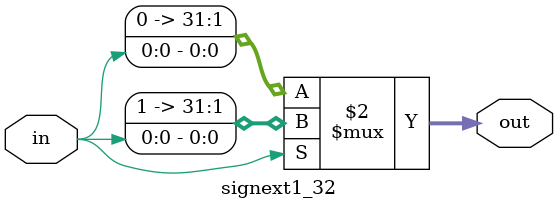
<source format=v>
module signext1_32 (input wire in, output wire [31:0] out);

  assign out = (in == 0) ? {{31{1'b0}}, in} : {{31{1'b1}}, in};

endmodule
</source>
